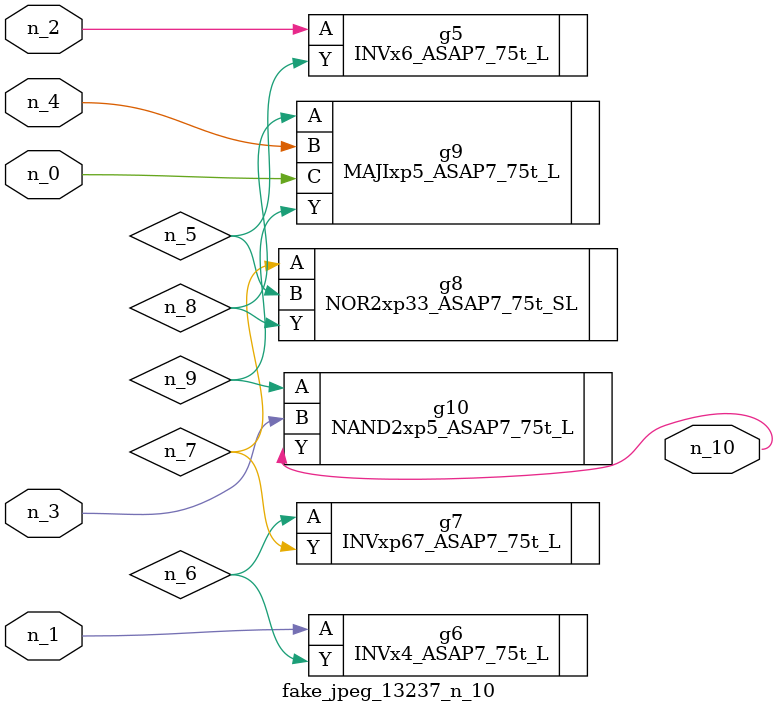
<source format=v>
module fake_jpeg_13237_n_10 (n_3, n_2, n_1, n_0, n_4, n_10);

input n_3;
input n_2;
input n_1;
input n_0;
input n_4;

output n_10;

wire n_8;
wire n_9;
wire n_6;
wire n_5;
wire n_7;

INVx6_ASAP7_75t_L g5 ( 
.A(n_2),
.Y(n_5)
);

INVx4_ASAP7_75t_L g6 ( 
.A(n_1),
.Y(n_6)
);

INVxp67_ASAP7_75t_L g7 ( 
.A(n_6),
.Y(n_7)
);

NOR2xp33_ASAP7_75t_SL g8 ( 
.A(n_7),
.B(n_5),
.Y(n_8)
);

MAJIxp5_ASAP7_75t_L g9 ( 
.A(n_8),
.B(n_4),
.C(n_0),
.Y(n_9)
);

NAND2xp5_ASAP7_75t_L g10 ( 
.A(n_9),
.B(n_3),
.Y(n_10)
);


endmodule
</source>
